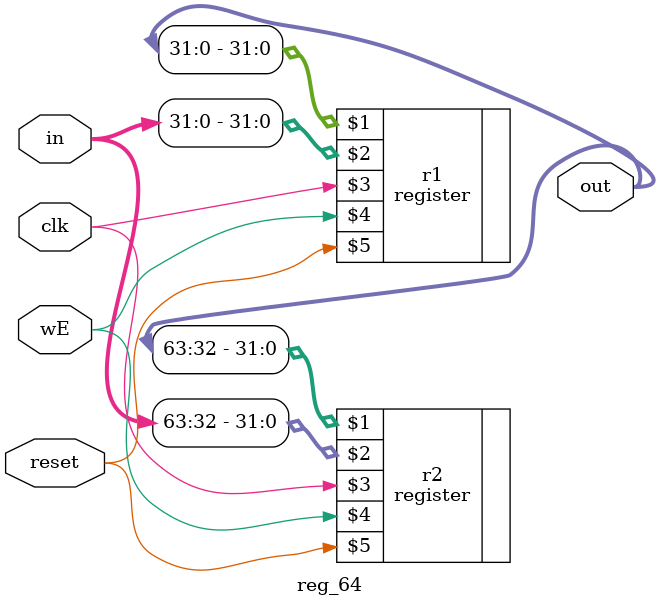
<source format=v>
module reg_64(out, in, clk, wE, reset);
    input clk, wE, reset;
    input [63:0] in;
    output[63:0] out;

    register r1(out[31:0], in[31:0], clk, wE, reset);
    register r2(out[63:32], in[63:32], clk, wE, reset);
endmodule
</source>
